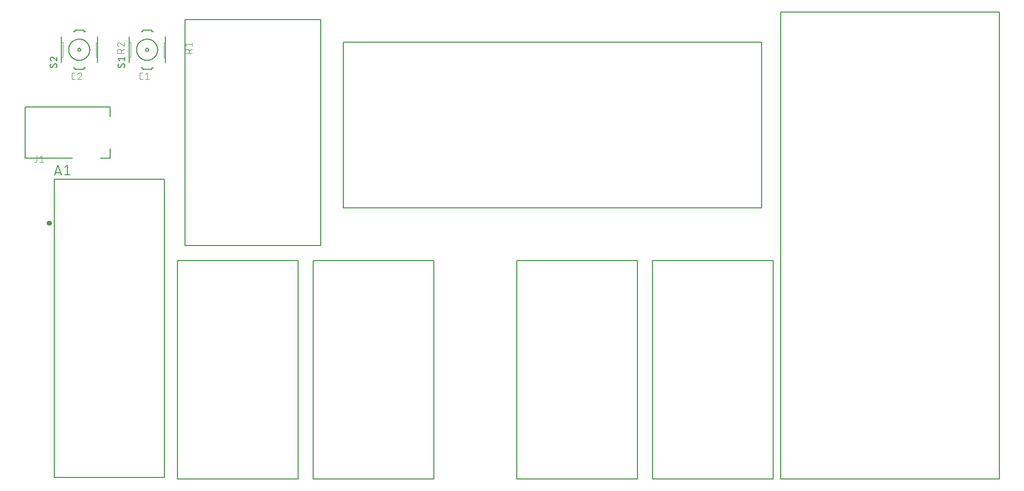
<source format=gbr>
G04 EAGLE Gerber RS-274X export*
G75*
%MOMM*%
%FSLAX34Y34*%
%LPD*%
%INSilkscreen Top*%
%IPPOS*%
%AMOC8*
5,1,8,0,0,1.08239X$1,22.5*%
G01*
%ADD10C,0.127000*%
%ADD11C,0.400000*%
%ADD12C,0.152400*%
%ADD13C,0.203200*%
%ADD14C,0.101600*%
%ADD15C,0.050800*%


D10*
X59700Y15250D02*
X59700Y518150D01*
X245100Y518150D01*
X245100Y15250D01*
X59700Y15250D01*
D11*
X48800Y444500D02*
X48802Y444589D01*
X48808Y444678D01*
X48818Y444767D01*
X48832Y444855D01*
X48849Y444942D01*
X48871Y445028D01*
X48897Y445114D01*
X48926Y445198D01*
X48959Y445281D01*
X48995Y445362D01*
X49036Y445442D01*
X49079Y445519D01*
X49126Y445595D01*
X49177Y445668D01*
X49230Y445739D01*
X49287Y445808D01*
X49347Y445874D01*
X49410Y445938D01*
X49475Y445998D01*
X49543Y446056D01*
X49614Y446110D01*
X49687Y446161D01*
X49762Y446209D01*
X49839Y446254D01*
X49918Y446295D01*
X49999Y446332D01*
X50081Y446366D01*
X50165Y446397D01*
X50250Y446423D01*
X50336Y446446D01*
X50423Y446464D01*
X50511Y446479D01*
X50600Y446490D01*
X50689Y446497D01*
X50778Y446500D01*
X50867Y446499D01*
X50956Y446494D01*
X51044Y446485D01*
X51133Y446472D01*
X51220Y446455D01*
X51307Y446435D01*
X51393Y446410D01*
X51477Y446382D01*
X51560Y446350D01*
X51642Y446314D01*
X51722Y446275D01*
X51800Y446232D01*
X51876Y446186D01*
X51950Y446136D01*
X52022Y446083D01*
X52091Y446027D01*
X52158Y445968D01*
X52222Y445906D01*
X52283Y445842D01*
X52342Y445774D01*
X52397Y445704D01*
X52449Y445632D01*
X52498Y445557D01*
X52543Y445481D01*
X52585Y445402D01*
X52623Y445322D01*
X52658Y445240D01*
X52689Y445156D01*
X52717Y445071D01*
X52740Y444985D01*
X52760Y444898D01*
X52776Y444811D01*
X52788Y444722D01*
X52796Y444634D01*
X52800Y444545D01*
X52800Y444455D01*
X52796Y444366D01*
X52788Y444278D01*
X52776Y444189D01*
X52760Y444102D01*
X52740Y444015D01*
X52717Y443929D01*
X52689Y443844D01*
X52658Y443760D01*
X52623Y443678D01*
X52585Y443598D01*
X52543Y443519D01*
X52498Y443443D01*
X52449Y443368D01*
X52397Y443296D01*
X52342Y443226D01*
X52283Y443158D01*
X52222Y443094D01*
X52158Y443032D01*
X52091Y442973D01*
X52022Y442917D01*
X51950Y442864D01*
X51876Y442814D01*
X51800Y442768D01*
X51722Y442725D01*
X51642Y442686D01*
X51560Y442650D01*
X51477Y442618D01*
X51393Y442590D01*
X51307Y442565D01*
X51220Y442545D01*
X51133Y442528D01*
X51044Y442515D01*
X50956Y442506D01*
X50867Y442501D01*
X50778Y442500D01*
X50689Y442503D01*
X50600Y442510D01*
X50511Y442521D01*
X50423Y442536D01*
X50336Y442554D01*
X50250Y442577D01*
X50165Y442603D01*
X50081Y442634D01*
X49999Y442668D01*
X49918Y442705D01*
X49839Y442746D01*
X49762Y442791D01*
X49687Y442839D01*
X49614Y442890D01*
X49543Y442944D01*
X49475Y443002D01*
X49410Y443062D01*
X49347Y443126D01*
X49287Y443192D01*
X49230Y443261D01*
X49177Y443332D01*
X49126Y443405D01*
X49079Y443481D01*
X49036Y443558D01*
X48995Y443638D01*
X48959Y443719D01*
X48926Y443802D01*
X48897Y443886D01*
X48871Y443972D01*
X48849Y444058D01*
X48832Y444145D01*
X48818Y444233D01*
X48808Y444322D01*
X48802Y444411D01*
X48800Y444500D01*
D12*
X60505Y525399D02*
X65934Y541685D01*
X71363Y525399D01*
X70005Y529471D02*
X61862Y529471D01*
X77064Y538066D02*
X81588Y541685D01*
X81588Y525399D01*
X77064Y525399D02*
X86112Y525399D01*
D10*
X838200Y381000D02*
X838200Y12700D01*
X1041400Y12700D01*
X1041400Y381000D01*
X838200Y381000D01*
X1066800Y381000D02*
X1066800Y12700D01*
X1270000Y12700D01*
X1270000Y381000D01*
X1066800Y381000D01*
X495300Y381000D02*
X495300Y12700D01*
X698500Y12700D01*
X698500Y381000D01*
X495300Y381000D01*
X266700Y381000D02*
X266700Y12700D01*
X469900Y12700D01*
X469900Y381000D01*
X266700Y381000D01*
D13*
X10300Y553900D02*
X10300Y639900D01*
X153300Y639900D01*
X153300Y623900D01*
X153300Y569900D02*
X153300Y553900D01*
X89800Y553900D02*
X10300Y553900D01*
X137300Y553900D02*
X153300Y553900D01*
D14*
X29803Y558292D02*
X29803Y549204D01*
X29802Y549204D02*
X29800Y549105D01*
X29794Y549005D01*
X29785Y548906D01*
X29772Y548808D01*
X29755Y548710D01*
X29734Y548612D01*
X29709Y548516D01*
X29681Y548421D01*
X29649Y548327D01*
X29614Y548234D01*
X29575Y548142D01*
X29532Y548052D01*
X29487Y547964D01*
X29437Y547877D01*
X29385Y547793D01*
X29329Y547710D01*
X29271Y547630D01*
X29209Y547552D01*
X29144Y547477D01*
X29076Y547404D01*
X29006Y547334D01*
X28933Y547266D01*
X28858Y547201D01*
X28780Y547139D01*
X28700Y547081D01*
X28617Y547025D01*
X28533Y546973D01*
X28446Y546923D01*
X28358Y546878D01*
X28268Y546835D01*
X28176Y546796D01*
X28083Y546761D01*
X27989Y546729D01*
X27894Y546701D01*
X27798Y546676D01*
X27700Y546655D01*
X27602Y546638D01*
X27504Y546625D01*
X27405Y546616D01*
X27305Y546610D01*
X27206Y546608D01*
X25908Y546608D01*
X35076Y555696D02*
X38322Y558292D01*
X38322Y546608D01*
X41567Y546608D02*
X35076Y546608D01*
D10*
X546100Y469900D02*
X546100Y749300D01*
X1250950Y749300D01*
X1250950Y469900D01*
X546100Y469900D01*
D12*
X223520Y767080D02*
X223520Y769620D01*
X208280Y769620D01*
X208280Y767080D01*
X208280Y706120D02*
X208280Y703580D01*
X223520Y703580D01*
X223520Y706120D01*
D15*
X187960Y723900D02*
X185420Y723900D01*
X187960Y723900D02*
X187960Y749300D01*
X185420Y749300D01*
X243840Y748030D02*
X243840Y723900D01*
X243840Y748030D02*
X246380Y748030D01*
X246380Y723900D02*
X243840Y723900D01*
D12*
X246380Y723900D02*
X246380Y715010D01*
X185420Y749300D02*
X185420Y758190D01*
X185420Y749300D02*
X185420Y723900D01*
X185420Y715010D01*
X246380Y723900D02*
X246380Y748030D01*
X246380Y758190D01*
X226060Y767080D02*
X223520Y767080D01*
X208280Y767080D02*
X205740Y767080D01*
X223520Y706120D02*
X226060Y706120D01*
X208280Y706120D02*
X205740Y706120D01*
X198120Y736600D02*
X198125Y737036D01*
X198141Y737472D01*
X198168Y737908D01*
X198206Y738343D01*
X198254Y738776D01*
X198312Y739209D01*
X198382Y739640D01*
X198462Y740069D01*
X198552Y740496D01*
X198653Y740920D01*
X198764Y741342D01*
X198886Y741761D01*
X199017Y742177D01*
X199159Y742590D01*
X199311Y742999D01*
X199473Y743404D01*
X199645Y743805D01*
X199827Y744202D01*
X200018Y744594D01*
X200219Y744981D01*
X200430Y745364D01*
X200650Y745741D01*
X200879Y746112D01*
X201116Y746478D01*
X201363Y746838D01*
X201619Y747192D01*
X201883Y747539D01*
X202156Y747880D01*
X202437Y748213D01*
X202726Y748540D01*
X203023Y748860D01*
X203328Y749172D01*
X203640Y749477D01*
X203960Y749774D01*
X204287Y750063D01*
X204620Y750344D01*
X204961Y750617D01*
X205308Y750881D01*
X205662Y751137D01*
X206022Y751384D01*
X206388Y751621D01*
X206759Y751850D01*
X207136Y752070D01*
X207519Y752281D01*
X207906Y752482D01*
X208298Y752673D01*
X208695Y752855D01*
X209096Y753027D01*
X209501Y753189D01*
X209910Y753341D01*
X210323Y753483D01*
X210739Y753614D01*
X211158Y753736D01*
X211580Y753847D01*
X212004Y753948D01*
X212431Y754038D01*
X212860Y754118D01*
X213291Y754188D01*
X213724Y754246D01*
X214157Y754294D01*
X214592Y754332D01*
X215028Y754359D01*
X215464Y754375D01*
X215900Y754380D01*
X216336Y754375D01*
X216772Y754359D01*
X217208Y754332D01*
X217643Y754294D01*
X218076Y754246D01*
X218509Y754188D01*
X218940Y754118D01*
X219369Y754038D01*
X219796Y753948D01*
X220220Y753847D01*
X220642Y753736D01*
X221061Y753614D01*
X221477Y753483D01*
X221890Y753341D01*
X222299Y753189D01*
X222704Y753027D01*
X223105Y752855D01*
X223502Y752673D01*
X223894Y752482D01*
X224281Y752281D01*
X224664Y752070D01*
X225041Y751850D01*
X225412Y751621D01*
X225778Y751384D01*
X226138Y751137D01*
X226492Y750881D01*
X226839Y750617D01*
X227180Y750344D01*
X227513Y750063D01*
X227840Y749774D01*
X228160Y749477D01*
X228472Y749172D01*
X228777Y748860D01*
X229074Y748540D01*
X229363Y748213D01*
X229644Y747880D01*
X229917Y747539D01*
X230181Y747192D01*
X230437Y746838D01*
X230684Y746478D01*
X230921Y746112D01*
X231150Y745741D01*
X231370Y745364D01*
X231581Y744981D01*
X231782Y744594D01*
X231973Y744202D01*
X232155Y743805D01*
X232327Y743404D01*
X232489Y742999D01*
X232641Y742590D01*
X232783Y742177D01*
X232914Y741761D01*
X233036Y741342D01*
X233147Y740920D01*
X233248Y740496D01*
X233338Y740069D01*
X233418Y739640D01*
X233488Y739209D01*
X233546Y738776D01*
X233594Y738343D01*
X233632Y737908D01*
X233659Y737472D01*
X233675Y737036D01*
X233680Y736600D01*
X233675Y736164D01*
X233659Y735728D01*
X233632Y735292D01*
X233594Y734857D01*
X233546Y734424D01*
X233488Y733991D01*
X233418Y733560D01*
X233338Y733131D01*
X233248Y732704D01*
X233147Y732280D01*
X233036Y731858D01*
X232914Y731439D01*
X232783Y731023D01*
X232641Y730610D01*
X232489Y730201D01*
X232327Y729796D01*
X232155Y729395D01*
X231973Y728998D01*
X231782Y728606D01*
X231581Y728219D01*
X231370Y727836D01*
X231150Y727459D01*
X230921Y727088D01*
X230684Y726722D01*
X230437Y726362D01*
X230181Y726008D01*
X229917Y725661D01*
X229644Y725320D01*
X229363Y724987D01*
X229074Y724660D01*
X228777Y724340D01*
X228472Y724028D01*
X228160Y723723D01*
X227840Y723426D01*
X227513Y723137D01*
X227180Y722856D01*
X226839Y722583D01*
X226492Y722319D01*
X226138Y722063D01*
X225778Y721816D01*
X225412Y721579D01*
X225041Y721350D01*
X224664Y721130D01*
X224281Y720919D01*
X223894Y720718D01*
X223502Y720527D01*
X223105Y720345D01*
X222704Y720173D01*
X222299Y720011D01*
X221890Y719859D01*
X221477Y719717D01*
X221061Y719586D01*
X220642Y719464D01*
X220220Y719353D01*
X219796Y719252D01*
X219369Y719162D01*
X218940Y719082D01*
X218509Y719012D01*
X218076Y718954D01*
X217643Y718906D01*
X217208Y718868D01*
X216772Y718841D01*
X216336Y718825D01*
X215900Y718820D01*
X215464Y718825D01*
X215028Y718841D01*
X214592Y718868D01*
X214157Y718906D01*
X213724Y718954D01*
X213291Y719012D01*
X212860Y719082D01*
X212431Y719162D01*
X212004Y719252D01*
X211580Y719353D01*
X211158Y719464D01*
X210739Y719586D01*
X210323Y719717D01*
X209910Y719859D01*
X209501Y720011D01*
X209096Y720173D01*
X208695Y720345D01*
X208298Y720527D01*
X207906Y720718D01*
X207519Y720919D01*
X207136Y721130D01*
X206759Y721350D01*
X206388Y721579D01*
X206022Y721816D01*
X205662Y722063D01*
X205308Y722319D01*
X204961Y722583D01*
X204620Y722856D01*
X204287Y723137D01*
X203960Y723426D01*
X203640Y723723D01*
X203328Y724028D01*
X203023Y724340D01*
X202726Y724660D01*
X202437Y724987D01*
X202156Y725320D01*
X201883Y725661D01*
X201619Y726008D01*
X201363Y726362D01*
X201116Y726722D01*
X200879Y727088D01*
X200650Y727459D01*
X200430Y727836D01*
X200219Y728219D01*
X200018Y728606D01*
X199827Y728998D01*
X199645Y729395D01*
X199473Y729796D01*
X199311Y730201D01*
X199159Y730610D01*
X199017Y731023D01*
X198886Y731439D01*
X198764Y731858D01*
X198653Y732280D01*
X198552Y732704D01*
X198462Y733131D01*
X198382Y733560D01*
X198312Y733991D01*
X198254Y734424D01*
X198206Y734857D01*
X198168Y735292D01*
X198141Y735728D01*
X198125Y736164D01*
X198120Y736600D01*
X213360Y736600D02*
X213362Y736700D01*
X213368Y736801D01*
X213378Y736900D01*
X213392Y737000D01*
X213409Y737099D01*
X213431Y737197D01*
X213457Y737294D01*
X213486Y737390D01*
X213519Y737484D01*
X213556Y737578D01*
X213596Y737670D01*
X213640Y737760D01*
X213688Y737848D01*
X213739Y737935D01*
X213793Y738019D01*
X213851Y738101D01*
X213912Y738181D01*
X213976Y738258D01*
X214043Y738333D01*
X214113Y738405D01*
X214186Y738474D01*
X214261Y738540D01*
X214339Y738604D01*
X214419Y738664D01*
X214502Y738721D01*
X214587Y738774D01*
X214674Y738824D01*
X214763Y738871D01*
X214853Y738914D01*
X214945Y738954D01*
X215039Y738990D01*
X215134Y739022D01*
X215230Y739050D01*
X215328Y739075D01*
X215426Y739095D01*
X215525Y739112D01*
X215625Y739125D01*
X215724Y739134D01*
X215825Y739139D01*
X215925Y739140D01*
X216025Y739137D01*
X216126Y739130D01*
X216225Y739119D01*
X216325Y739104D01*
X216423Y739086D01*
X216521Y739063D01*
X216618Y739036D01*
X216713Y739006D01*
X216808Y738972D01*
X216901Y738934D01*
X216992Y738893D01*
X217082Y738848D01*
X217170Y738800D01*
X217256Y738748D01*
X217340Y738693D01*
X217421Y738634D01*
X217500Y738572D01*
X217577Y738508D01*
X217651Y738440D01*
X217722Y738369D01*
X217791Y738296D01*
X217856Y738220D01*
X217919Y738141D01*
X217978Y738060D01*
X218034Y737977D01*
X218087Y737892D01*
X218136Y737804D01*
X218182Y737715D01*
X218224Y737624D01*
X218263Y737531D01*
X218298Y737437D01*
X218329Y737342D01*
X218357Y737245D01*
X218380Y737148D01*
X218400Y737049D01*
X218416Y736950D01*
X218428Y736851D01*
X218436Y736750D01*
X218440Y736650D01*
X218440Y736550D01*
X218436Y736450D01*
X218428Y736349D01*
X218416Y736250D01*
X218400Y736151D01*
X218380Y736052D01*
X218357Y735955D01*
X218329Y735858D01*
X218298Y735763D01*
X218263Y735669D01*
X218224Y735576D01*
X218182Y735485D01*
X218136Y735396D01*
X218087Y735308D01*
X218034Y735223D01*
X217978Y735140D01*
X217919Y735059D01*
X217856Y734980D01*
X217791Y734904D01*
X217722Y734831D01*
X217651Y734760D01*
X217577Y734692D01*
X217500Y734628D01*
X217421Y734566D01*
X217340Y734507D01*
X217256Y734452D01*
X217170Y734400D01*
X217082Y734352D01*
X216992Y734307D01*
X216901Y734266D01*
X216808Y734228D01*
X216713Y734194D01*
X216618Y734164D01*
X216521Y734137D01*
X216423Y734114D01*
X216325Y734096D01*
X216225Y734081D01*
X216126Y734070D01*
X216025Y734063D01*
X215925Y734060D01*
X215825Y734061D01*
X215724Y734066D01*
X215625Y734075D01*
X215525Y734088D01*
X215426Y734105D01*
X215328Y734125D01*
X215230Y734150D01*
X215134Y734178D01*
X215039Y734210D01*
X214945Y734246D01*
X214853Y734286D01*
X214763Y734329D01*
X214674Y734376D01*
X214587Y734426D01*
X214502Y734479D01*
X214419Y734536D01*
X214339Y734596D01*
X214261Y734660D01*
X214186Y734726D01*
X214113Y734795D01*
X214043Y734867D01*
X213976Y734942D01*
X213912Y735019D01*
X213851Y735099D01*
X213793Y735181D01*
X213739Y735265D01*
X213688Y735352D01*
X213640Y735440D01*
X213596Y735530D01*
X213556Y735622D01*
X213519Y735716D01*
X213486Y735810D01*
X213457Y735906D01*
X213431Y736003D01*
X213409Y736101D01*
X213392Y736200D01*
X213378Y736300D01*
X213368Y736399D01*
X213362Y736500D01*
X213360Y736600D01*
D10*
X178435Y710565D02*
X178433Y710665D01*
X178427Y710764D01*
X178417Y710864D01*
X178404Y710962D01*
X178386Y711061D01*
X178365Y711158D01*
X178340Y711254D01*
X178311Y711350D01*
X178278Y711444D01*
X178242Y711537D01*
X178202Y711628D01*
X178158Y711718D01*
X178111Y711806D01*
X178061Y711892D01*
X178007Y711976D01*
X177950Y712058D01*
X177890Y712137D01*
X177826Y712215D01*
X177760Y712289D01*
X177691Y712361D01*
X177619Y712430D01*
X177545Y712496D01*
X177467Y712560D01*
X177388Y712620D01*
X177306Y712677D01*
X177222Y712731D01*
X177136Y712781D01*
X177048Y712828D01*
X176958Y712872D01*
X176867Y712912D01*
X176774Y712948D01*
X176680Y712981D01*
X176584Y713010D01*
X176488Y713035D01*
X176391Y713056D01*
X176292Y713074D01*
X176194Y713087D01*
X176094Y713097D01*
X175995Y713103D01*
X175895Y713105D01*
X178435Y710565D02*
X178433Y710424D01*
X178428Y710283D01*
X178418Y710142D01*
X178405Y710001D01*
X178389Y709861D01*
X178368Y709721D01*
X178344Y709582D01*
X178316Y709443D01*
X178285Y709306D01*
X178250Y709169D01*
X178212Y709033D01*
X178170Y708898D01*
X178124Y708765D01*
X178075Y708632D01*
X178022Y708501D01*
X177966Y708372D01*
X177907Y708243D01*
X177844Y708117D01*
X177778Y707992D01*
X177709Y707869D01*
X177636Y707748D01*
X177560Y707629D01*
X177481Y707511D01*
X177400Y707396D01*
X177315Y707284D01*
X177227Y707173D01*
X177136Y707065D01*
X177043Y706959D01*
X176946Y706856D01*
X176847Y706755D01*
X169545Y707073D02*
X169445Y707075D01*
X169346Y707081D01*
X169246Y707091D01*
X169148Y707104D01*
X169049Y707122D01*
X168952Y707143D01*
X168856Y707168D01*
X168760Y707197D01*
X168666Y707230D01*
X168573Y707266D01*
X168482Y707306D01*
X168392Y707350D01*
X168304Y707397D01*
X168218Y707447D01*
X168134Y707501D01*
X168052Y707558D01*
X167973Y707618D01*
X167895Y707682D01*
X167821Y707748D01*
X167749Y707817D01*
X167680Y707889D01*
X167614Y707963D01*
X167550Y708041D01*
X167490Y708120D01*
X167433Y708202D01*
X167379Y708286D01*
X167329Y708372D01*
X167282Y708460D01*
X167238Y708550D01*
X167198Y708641D01*
X167162Y708734D01*
X167129Y708828D01*
X167100Y708924D01*
X167075Y709020D01*
X167054Y709117D01*
X167036Y709216D01*
X167023Y709314D01*
X167013Y709414D01*
X167007Y709513D01*
X167005Y709613D01*
X167007Y709746D01*
X167012Y709879D01*
X167022Y710012D01*
X167035Y710145D01*
X167052Y710277D01*
X167072Y710409D01*
X167096Y710540D01*
X167124Y710670D01*
X167155Y710800D01*
X167190Y710928D01*
X167229Y711056D01*
X167271Y711182D01*
X167317Y711307D01*
X167366Y711431D01*
X167418Y711554D01*
X167474Y711675D01*
X167534Y711794D01*
X167596Y711912D01*
X167662Y712027D01*
X167731Y712141D01*
X167804Y712253D01*
X167879Y712363D01*
X167958Y712471D01*
X171768Y708342D02*
X171716Y708258D01*
X171661Y708175D01*
X171602Y708095D01*
X171541Y708017D01*
X171477Y707942D01*
X171409Y707869D01*
X171339Y707798D01*
X171267Y707731D01*
X171192Y707666D01*
X171114Y707604D01*
X171034Y707545D01*
X170952Y707489D01*
X170868Y707437D01*
X170782Y707388D01*
X170694Y707342D01*
X170604Y707299D01*
X170513Y707260D01*
X170420Y707225D01*
X170326Y707193D01*
X170231Y707165D01*
X170135Y707140D01*
X170038Y707120D01*
X169940Y707102D01*
X169842Y707089D01*
X169743Y707080D01*
X169644Y707074D01*
X169545Y707072D01*
X173672Y711835D02*
X173724Y711919D01*
X173779Y712002D01*
X173838Y712082D01*
X173899Y712160D01*
X173963Y712235D01*
X174031Y712308D01*
X174101Y712379D01*
X174173Y712446D01*
X174248Y712511D01*
X174326Y712573D01*
X174406Y712632D01*
X174488Y712688D01*
X174572Y712740D01*
X174658Y712789D01*
X174746Y712835D01*
X174836Y712878D01*
X174927Y712917D01*
X175020Y712952D01*
X175114Y712984D01*
X175209Y713012D01*
X175305Y713037D01*
X175402Y713057D01*
X175500Y713075D01*
X175598Y713088D01*
X175697Y713097D01*
X175796Y713103D01*
X175895Y713105D01*
X173673Y711835D02*
X171768Y708343D01*
X169545Y717804D02*
X167005Y720979D01*
X178435Y720979D01*
X178435Y717804D02*
X178435Y724154D01*
D12*
X109220Y767080D02*
X109220Y769620D01*
X93980Y769620D01*
X93980Y767080D01*
X93980Y706120D02*
X93980Y703580D01*
X109220Y703580D01*
X109220Y706120D01*
D15*
X73660Y723900D02*
X71120Y723900D01*
X73660Y723900D02*
X73660Y749300D01*
X71120Y749300D01*
X129540Y748030D02*
X129540Y723900D01*
X129540Y748030D02*
X132080Y748030D01*
X132080Y723900D02*
X129540Y723900D01*
D12*
X132080Y723900D02*
X132080Y715010D01*
X71120Y749300D02*
X71120Y758190D01*
X71120Y749300D02*
X71120Y723900D01*
X71120Y715010D01*
X132080Y723900D02*
X132080Y748030D01*
X132080Y758190D01*
X111760Y767080D02*
X109220Y767080D01*
X93980Y767080D02*
X91440Y767080D01*
X109220Y706120D02*
X111760Y706120D01*
X93980Y706120D02*
X91440Y706120D01*
X83820Y736600D02*
X83825Y737036D01*
X83841Y737472D01*
X83868Y737908D01*
X83906Y738343D01*
X83954Y738776D01*
X84012Y739209D01*
X84082Y739640D01*
X84162Y740069D01*
X84252Y740496D01*
X84353Y740920D01*
X84464Y741342D01*
X84586Y741761D01*
X84717Y742177D01*
X84859Y742590D01*
X85011Y742999D01*
X85173Y743404D01*
X85345Y743805D01*
X85527Y744202D01*
X85718Y744594D01*
X85919Y744981D01*
X86130Y745364D01*
X86350Y745741D01*
X86579Y746112D01*
X86816Y746478D01*
X87063Y746838D01*
X87319Y747192D01*
X87583Y747539D01*
X87856Y747880D01*
X88137Y748213D01*
X88426Y748540D01*
X88723Y748860D01*
X89028Y749172D01*
X89340Y749477D01*
X89660Y749774D01*
X89987Y750063D01*
X90320Y750344D01*
X90661Y750617D01*
X91008Y750881D01*
X91362Y751137D01*
X91722Y751384D01*
X92088Y751621D01*
X92459Y751850D01*
X92836Y752070D01*
X93219Y752281D01*
X93606Y752482D01*
X93998Y752673D01*
X94395Y752855D01*
X94796Y753027D01*
X95201Y753189D01*
X95610Y753341D01*
X96023Y753483D01*
X96439Y753614D01*
X96858Y753736D01*
X97280Y753847D01*
X97704Y753948D01*
X98131Y754038D01*
X98560Y754118D01*
X98991Y754188D01*
X99424Y754246D01*
X99857Y754294D01*
X100292Y754332D01*
X100728Y754359D01*
X101164Y754375D01*
X101600Y754380D01*
X102036Y754375D01*
X102472Y754359D01*
X102908Y754332D01*
X103343Y754294D01*
X103776Y754246D01*
X104209Y754188D01*
X104640Y754118D01*
X105069Y754038D01*
X105496Y753948D01*
X105920Y753847D01*
X106342Y753736D01*
X106761Y753614D01*
X107177Y753483D01*
X107590Y753341D01*
X107999Y753189D01*
X108404Y753027D01*
X108805Y752855D01*
X109202Y752673D01*
X109594Y752482D01*
X109981Y752281D01*
X110364Y752070D01*
X110741Y751850D01*
X111112Y751621D01*
X111478Y751384D01*
X111838Y751137D01*
X112192Y750881D01*
X112539Y750617D01*
X112880Y750344D01*
X113213Y750063D01*
X113540Y749774D01*
X113860Y749477D01*
X114172Y749172D01*
X114477Y748860D01*
X114774Y748540D01*
X115063Y748213D01*
X115344Y747880D01*
X115617Y747539D01*
X115881Y747192D01*
X116137Y746838D01*
X116384Y746478D01*
X116621Y746112D01*
X116850Y745741D01*
X117070Y745364D01*
X117281Y744981D01*
X117482Y744594D01*
X117673Y744202D01*
X117855Y743805D01*
X118027Y743404D01*
X118189Y742999D01*
X118341Y742590D01*
X118483Y742177D01*
X118614Y741761D01*
X118736Y741342D01*
X118847Y740920D01*
X118948Y740496D01*
X119038Y740069D01*
X119118Y739640D01*
X119188Y739209D01*
X119246Y738776D01*
X119294Y738343D01*
X119332Y737908D01*
X119359Y737472D01*
X119375Y737036D01*
X119380Y736600D01*
X119375Y736164D01*
X119359Y735728D01*
X119332Y735292D01*
X119294Y734857D01*
X119246Y734424D01*
X119188Y733991D01*
X119118Y733560D01*
X119038Y733131D01*
X118948Y732704D01*
X118847Y732280D01*
X118736Y731858D01*
X118614Y731439D01*
X118483Y731023D01*
X118341Y730610D01*
X118189Y730201D01*
X118027Y729796D01*
X117855Y729395D01*
X117673Y728998D01*
X117482Y728606D01*
X117281Y728219D01*
X117070Y727836D01*
X116850Y727459D01*
X116621Y727088D01*
X116384Y726722D01*
X116137Y726362D01*
X115881Y726008D01*
X115617Y725661D01*
X115344Y725320D01*
X115063Y724987D01*
X114774Y724660D01*
X114477Y724340D01*
X114172Y724028D01*
X113860Y723723D01*
X113540Y723426D01*
X113213Y723137D01*
X112880Y722856D01*
X112539Y722583D01*
X112192Y722319D01*
X111838Y722063D01*
X111478Y721816D01*
X111112Y721579D01*
X110741Y721350D01*
X110364Y721130D01*
X109981Y720919D01*
X109594Y720718D01*
X109202Y720527D01*
X108805Y720345D01*
X108404Y720173D01*
X107999Y720011D01*
X107590Y719859D01*
X107177Y719717D01*
X106761Y719586D01*
X106342Y719464D01*
X105920Y719353D01*
X105496Y719252D01*
X105069Y719162D01*
X104640Y719082D01*
X104209Y719012D01*
X103776Y718954D01*
X103343Y718906D01*
X102908Y718868D01*
X102472Y718841D01*
X102036Y718825D01*
X101600Y718820D01*
X101164Y718825D01*
X100728Y718841D01*
X100292Y718868D01*
X99857Y718906D01*
X99424Y718954D01*
X98991Y719012D01*
X98560Y719082D01*
X98131Y719162D01*
X97704Y719252D01*
X97280Y719353D01*
X96858Y719464D01*
X96439Y719586D01*
X96023Y719717D01*
X95610Y719859D01*
X95201Y720011D01*
X94796Y720173D01*
X94395Y720345D01*
X93998Y720527D01*
X93606Y720718D01*
X93219Y720919D01*
X92836Y721130D01*
X92459Y721350D01*
X92088Y721579D01*
X91722Y721816D01*
X91362Y722063D01*
X91008Y722319D01*
X90661Y722583D01*
X90320Y722856D01*
X89987Y723137D01*
X89660Y723426D01*
X89340Y723723D01*
X89028Y724028D01*
X88723Y724340D01*
X88426Y724660D01*
X88137Y724987D01*
X87856Y725320D01*
X87583Y725661D01*
X87319Y726008D01*
X87063Y726362D01*
X86816Y726722D01*
X86579Y727088D01*
X86350Y727459D01*
X86130Y727836D01*
X85919Y728219D01*
X85718Y728606D01*
X85527Y728998D01*
X85345Y729395D01*
X85173Y729796D01*
X85011Y730201D01*
X84859Y730610D01*
X84717Y731023D01*
X84586Y731439D01*
X84464Y731858D01*
X84353Y732280D01*
X84252Y732704D01*
X84162Y733131D01*
X84082Y733560D01*
X84012Y733991D01*
X83954Y734424D01*
X83906Y734857D01*
X83868Y735292D01*
X83841Y735728D01*
X83825Y736164D01*
X83820Y736600D01*
X99060Y736600D02*
X99062Y736700D01*
X99068Y736801D01*
X99078Y736900D01*
X99092Y737000D01*
X99109Y737099D01*
X99131Y737197D01*
X99157Y737294D01*
X99186Y737390D01*
X99219Y737484D01*
X99256Y737578D01*
X99296Y737670D01*
X99340Y737760D01*
X99388Y737848D01*
X99439Y737935D01*
X99493Y738019D01*
X99551Y738101D01*
X99612Y738181D01*
X99676Y738258D01*
X99743Y738333D01*
X99813Y738405D01*
X99886Y738474D01*
X99961Y738540D01*
X100039Y738604D01*
X100119Y738664D01*
X100202Y738721D01*
X100287Y738774D01*
X100374Y738824D01*
X100463Y738871D01*
X100553Y738914D01*
X100645Y738954D01*
X100739Y738990D01*
X100834Y739022D01*
X100930Y739050D01*
X101028Y739075D01*
X101126Y739095D01*
X101225Y739112D01*
X101325Y739125D01*
X101424Y739134D01*
X101525Y739139D01*
X101625Y739140D01*
X101725Y739137D01*
X101826Y739130D01*
X101925Y739119D01*
X102025Y739104D01*
X102123Y739086D01*
X102221Y739063D01*
X102318Y739036D01*
X102413Y739006D01*
X102508Y738972D01*
X102601Y738934D01*
X102692Y738893D01*
X102782Y738848D01*
X102870Y738800D01*
X102956Y738748D01*
X103040Y738693D01*
X103121Y738634D01*
X103200Y738572D01*
X103277Y738508D01*
X103351Y738440D01*
X103422Y738369D01*
X103491Y738296D01*
X103556Y738220D01*
X103619Y738141D01*
X103678Y738060D01*
X103734Y737977D01*
X103787Y737892D01*
X103836Y737804D01*
X103882Y737715D01*
X103924Y737624D01*
X103963Y737531D01*
X103998Y737437D01*
X104029Y737342D01*
X104057Y737245D01*
X104080Y737148D01*
X104100Y737049D01*
X104116Y736950D01*
X104128Y736851D01*
X104136Y736750D01*
X104140Y736650D01*
X104140Y736550D01*
X104136Y736450D01*
X104128Y736349D01*
X104116Y736250D01*
X104100Y736151D01*
X104080Y736052D01*
X104057Y735955D01*
X104029Y735858D01*
X103998Y735763D01*
X103963Y735669D01*
X103924Y735576D01*
X103882Y735485D01*
X103836Y735396D01*
X103787Y735308D01*
X103734Y735223D01*
X103678Y735140D01*
X103619Y735059D01*
X103556Y734980D01*
X103491Y734904D01*
X103422Y734831D01*
X103351Y734760D01*
X103277Y734692D01*
X103200Y734628D01*
X103121Y734566D01*
X103040Y734507D01*
X102956Y734452D01*
X102870Y734400D01*
X102782Y734352D01*
X102692Y734307D01*
X102601Y734266D01*
X102508Y734228D01*
X102413Y734194D01*
X102318Y734164D01*
X102221Y734137D01*
X102123Y734114D01*
X102025Y734096D01*
X101925Y734081D01*
X101826Y734070D01*
X101725Y734063D01*
X101625Y734060D01*
X101525Y734061D01*
X101424Y734066D01*
X101325Y734075D01*
X101225Y734088D01*
X101126Y734105D01*
X101028Y734125D01*
X100930Y734150D01*
X100834Y734178D01*
X100739Y734210D01*
X100645Y734246D01*
X100553Y734286D01*
X100463Y734329D01*
X100374Y734376D01*
X100287Y734426D01*
X100202Y734479D01*
X100119Y734536D01*
X100039Y734596D01*
X99961Y734660D01*
X99886Y734726D01*
X99813Y734795D01*
X99743Y734867D01*
X99676Y734942D01*
X99612Y735019D01*
X99551Y735099D01*
X99493Y735181D01*
X99439Y735265D01*
X99388Y735352D01*
X99340Y735440D01*
X99296Y735530D01*
X99256Y735622D01*
X99219Y735716D01*
X99186Y735810D01*
X99157Y735906D01*
X99131Y736003D01*
X99109Y736101D01*
X99092Y736200D01*
X99078Y736300D01*
X99068Y736399D01*
X99062Y736500D01*
X99060Y736600D01*
D10*
X64135Y710565D02*
X64133Y710665D01*
X64127Y710764D01*
X64117Y710864D01*
X64104Y710962D01*
X64086Y711061D01*
X64065Y711158D01*
X64040Y711254D01*
X64011Y711350D01*
X63978Y711444D01*
X63942Y711537D01*
X63902Y711628D01*
X63858Y711718D01*
X63811Y711806D01*
X63761Y711892D01*
X63707Y711976D01*
X63650Y712058D01*
X63590Y712137D01*
X63526Y712215D01*
X63460Y712289D01*
X63391Y712361D01*
X63319Y712430D01*
X63245Y712496D01*
X63167Y712560D01*
X63088Y712620D01*
X63006Y712677D01*
X62922Y712731D01*
X62836Y712781D01*
X62748Y712828D01*
X62658Y712872D01*
X62567Y712912D01*
X62474Y712948D01*
X62380Y712981D01*
X62284Y713010D01*
X62188Y713035D01*
X62091Y713056D01*
X61992Y713074D01*
X61894Y713087D01*
X61794Y713097D01*
X61695Y713103D01*
X61595Y713105D01*
X64135Y710565D02*
X64133Y710424D01*
X64128Y710283D01*
X64118Y710142D01*
X64105Y710001D01*
X64089Y709861D01*
X64068Y709721D01*
X64044Y709582D01*
X64016Y709443D01*
X63985Y709306D01*
X63950Y709169D01*
X63912Y709033D01*
X63870Y708898D01*
X63824Y708765D01*
X63775Y708632D01*
X63722Y708501D01*
X63666Y708372D01*
X63607Y708243D01*
X63544Y708117D01*
X63478Y707992D01*
X63409Y707869D01*
X63336Y707748D01*
X63260Y707629D01*
X63181Y707511D01*
X63100Y707396D01*
X63015Y707284D01*
X62927Y707173D01*
X62836Y707065D01*
X62743Y706959D01*
X62646Y706856D01*
X62547Y706755D01*
X55245Y707073D02*
X55145Y707075D01*
X55046Y707081D01*
X54946Y707091D01*
X54848Y707104D01*
X54749Y707122D01*
X54652Y707143D01*
X54556Y707168D01*
X54460Y707197D01*
X54366Y707230D01*
X54273Y707266D01*
X54182Y707306D01*
X54092Y707350D01*
X54004Y707397D01*
X53918Y707447D01*
X53834Y707501D01*
X53752Y707558D01*
X53673Y707618D01*
X53595Y707682D01*
X53521Y707748D01*
X53449Y707817D01*
X53380Y707889D01*
X53314Y707963D01*
X53250Y708041D01*
X53190Y708120D01*
X53133Y708202D01*
X53079Y708286D01*
X53029Y708372D01*
X52982Y708460D01*
X52938Y708550D01*
X52898Y708641D01*
X52862Y708734D01*
X52829Y708828D01*
X52800Y708924D01*
X52775Y709020D01*
X52754Y709117D01*
X52736Y709216D01*
X52723Y709314D01*
X52713Y709414D01*
X52707Y709513D01*
X52705Y709613D01*
X52707Y709746D01*
X52712Y709879D01*
X52722Y710012D01*
X52735Y710145D01*
X52752Y710277D01*
X52772Y710409D01*
X52796Y710540D01*
X52824Y710670D01*
X52855Y710800D01*
X52890Y710928D01*
X52929Y711056D01*
X52971Y711182D01*
X53017Y711307D01*
X53066Y711431D01*
X53118Y711554D01*
X53174Y711675D01*
X53234Y711794D01*
X53296Y711912D01*
X53362Y712027D01*
X53431Y712141D01*
X53504Y712253D01*
X53579Y712363D01*
X53658Y712471D01*
X57468Y708342D02*
X57416Y708258D01*
X57361Y708175D01*
X57302Y708095D01*
X57241Y708017D01*
X57177Y707942D01*
X57109Y707869D01*
X57039Y707798D01*
X56967Y707731D01*
X56892Y707666D01*
X56814Y707604D01*
X56734Y707545D01*
X56652Y707489D01*
X56568Y707437D01*
X56482Y707388D01*
X56394Y707342D01*
X56304Y707299D01*
X56213Y707260D01*
X56120Y707225D01*
X56026Y707193D01*
X55931Y707165D01*
X55835Y707140D01*
X55738Y707120D01*
X55640Y707102D01*
X55542Y707089D01*
X55443Y707080D01*
X55344Y707074D01*
X55245Y707072D01*
X59372Y711835D02*
X59424Y711919D01*
X59479Y712002D01*
X59538Y712082D01*
X59599Y712160D01*
X59663Y712235D01*
X59731Y712308D01*
X59801Y712379D01*
X59873Y712446D01*
X59948Y712511D01*
X60026Y712573D01*
X60106Y712632D01*
X60188Y712688D01*
X60272Y712740D01*
X60358Y712789D01*
X60446Y712835D01*
X60536Y712878D01*
X60627Y712917D01*
X60720Y712952D01*
X60814Y712984D01*
X60909Y713012D01*
X61005Y713037D01*
X61102Y713057D01*
X61200Y713075D01*
X61298Y713088D01*
X61397Y713097D01*
X61496Y713103D01*
X61595Y713105D01*
X59373Y711835D02*
X57468Y708343D01*
X52705Y721297D02*
X52707Y721401D01*
X52713Y721506D01*
X52722Y721610D01*
X52735Y721713D01*
X52753Y721816D01*
X52773Y721918D01*
X52798Y722020D01*
X52826Y722120D01*
X52858Y722220D01*
X52894Y722318D01*
X52933Y722415D01*
X52975Y722510D01*
X53021Y722604D01*
X53071Y722696D01*
X53123Y722786D01*
X53179Y722874D01*
X53239Y722960D01*
X53301Y723044D01*
X53366Y723125D01*
X53434Y723204D01*
X53506Y723281D01*
X53579Y723354D01*
X53656Y723426D01*
X53735Y723494D01*
X53816Y723559D01*
X53900Y723621D01*
X53986Y723681D01*
X54074Y723737D01*
X54164Y723789D01*
X54256Y723839D01*
X54350Y723885D01*
X54445Y723927D01*
X54542Y723966D01*
X54640Y724002D01*
X54740Y724034D01*
X54840Y724062D01*
X54942Y724087D01*
X55044Y724107D01*
X55147Y724125D01*
X55250Y724138D01*
X55354Y724147D01*
X55459Y724153D01*
X55563Y724155D01*
X52705Y721297D02*
X52707Y721179D01*
X52713Y721060D01*
X52722Y720942D01*
X52735Y720825D01*
X52753Y720708D01*
X52773Y720591D01*
X52798Y720475D01*
X52826Y720360D01*
X52859Y720247D01*
X52894Y720134D01*
X52934Y720022D01*
X52976Y719912D01*
X53023Y719803D01*
X53073Y719695D01*
X53126Y719590D01*
X53183Y719486D01*
X53243Y719384D01*
X53306Y719284D01*
X53373Y719186D01*
X53442Y719090D01*
X53515Y718997D01*
X53591Y718906D01*
X53669Y718817D01*
X53751Y718731D01*
X53835Y718648D01*
X53921Y718567D01*
X54011Y718490D01*
X54102Y718415D01*
X54196Y718343D01*
X54293Y718274D01*
X54391Y718209D01*
X54492Y718146D01*
X54595Y718087D01*
X54699Y718031D01*
X54805Y717979D01*
X54913Y717930D01*
X55022Y717885D01*
X55133Y717843D01*
X55245Y717805D01*
X57785Y723202D02*
X57710Y723278D01*
X57631Y723353D01*
X57550Y723424D01*
X57466Y723493D01*
X57380Y723558D01*
X57292Y723620D01*
X57202Y723680D01*
X57110Y723736D01*
X57015Y723789D01*
X56919Y723838D01*
X56821Y723884D01*
X56722Y723927D01*
X56621Y723966D01*
X56519Y724001D01*
X56416Y724033D01*
X56312Y724061D01*
X56207Y724086D01*
X56100Y724107D01*
X55994Y724124D01*
X55887Y724137D01*
X55779Y724146D01*
X55671Y724152D01*
X55563Y724154D01*
X57785Y723202D02*
X64135Y717804D01*
X64135Y724154D01*
X279400Y787400D02*
X279400Y406400D01*
X508000Y406400D01*
X508000Y787400D01*
X279400Y787400D01*
D14*
X208901Y686308D02*
X206304Y686308D01*
X206205Y686310D01*
X206105Y686316D01*
X206006Y686325D01*
X205908Y686338D01*
X205810Y686355D01*
X205712Y686376D01*
X205616Y686401D01*
X205521Y686429D01*
X205427Y686461D01*
X205334Y686496D01*
X205242Y686535D01*
X205152Y686578D01*
X205064Y686623D01*
X204977Y686673D01*
X204893Y686725D01*
X204810Y686781D01*
X204730Y686839D01*
X204652Y686901D01*
X204577Y686966D01*
X204504Y687034D01*
X204434Y687104D01*
X204366Y687177D01*
X204301Y687252D01*
X204239Y687330D01*
X204181Y687410D01*
X204125Y687493D01*
X204073Y687577D01*
X204023Y687664D01*
X203978Y687752D01*
X203935Y687842D01*
X203896Y687934D01*
X203861Y688027D01*
X203829Y688121D01*
X203801Y688216D01*
X203776Y688312D01*
X203755Y688410D01*
X203738Y688508D01*
X203725Y688606D01*
X203716Y688705D01*
X203710Y688805D01*
X203708Y688904D01*
X203708Y695396D01*
X203710Y695495D01*
X203716Y695595D01*
X203725Y695694D01*
X203738Y695792D01*
X203755Y695890D01*
X203776Y695988D01*
X203801Y696084D01*
X203829Y696179D01*
X203861Y696273D01*
X203896Y696366D01*
X203935Y696458D01*
X203978Y696548D01*
X204023Y696636D01*
X204073Y696723D01*
X204125Y696807D01*
X204181Y696890D01*
X204239Y696970D01*
X204301Y697048D01*
X204366Y697123D01*
X204434Y697196D01*
X204504Y697266D01*
X204577Y697334D01*
X204652Y697399D01*
X204730Y697461D01*
X204810Y697519D01*
X204893Y697575D01*
X204977Y697627D01*
X205064Y697677D01*
X205152Y697722D01*
X205242Y697765D01*
X205334Y697804D01*
X205426Y697839D01*
X205521Y697871D01*
X205616Y697899D01*
X205712Y697924D01*
X205810Y697945D01*
X205908Y697962D01*
X206006Y697975D01*
X206105Y697984D01*
X206205Y697990D01*
X206304Y697992D01*
X208901Y697992D01*
X213266Y695396D02*
X216512Y697992D01*
X216512Y686308D01*
X219757Y686308D02*
X213266Y686308D01*
X94601Y686308D02*
X92004Y686308D01*
X91905Y686310D01*
X91805Y686316D01*
X91706Y686325D01*
X91608Y686338D01*
X91510Y686355D01*
X91412Y686376D01*
X91316Y686401D01*
X91221Y686429D01*
X91127Y686461D01*
X91034Y686496D01*
X90942Y686535D01*
X90852Y686578D01*
X90764Y686623D01*
X90677Y686673D01*
X90593Y686725D01*
X90510Y686781D01*
X90430Y686839D01*
X90352Y686901D01*
X90277Y686966D01*
X90204Y687034D01*
X90134Y687104D01*
X90066Y687177D01*
X90001Y687252D01*
X89939Y687330D01*
X89881Y687410D01*
X89825Y687493D01*
X89773Y687577D01*
X89723Y687664D01*
X89678Y687752D01*
X89635Y687842D01*
X89596Y687934D01*
X89561Y688027D01*
X89529Y688121D01*
X89501Y688216D01*
X89476Y688312D01*
X89455Y688410D01*
X89438Y688508D01*
X89425Y688606D01*
X89416Y688705D01*
X89410Y688805D01*
X89408Y688904D01*
X89408Y695396D01*
X89410Y695495D01*
X89416Y695595D01*
X89425Y695694D01*
X89438Y695792D01*
X89455Y695890D01*
X89476Y695988D01*
X89501Y696084D01*
X89529Y696179D01*
X89561Y696273D01*
X89596Y696366D01*
X89635Y696458D01*
X89678Y696548D01*
X89723Y696636D01*
X89773Y696723D01*
X89825Y696807D01*
X89881Y696890D01*
X89939Y696970D01*
X90001Y697048D01*
X90066Y697123D01*
X90134Y697196D01*
X90204Y697266D01*
X90277Y697334D01*
X90352Y697399D01*
X90430Y697461D01*
X90510Y697519D01*
X90593Y697575D01*
X90677Y697627D01*
X90764Y697677D01*
X90852Y697722D01*
X90942Y697765D01*
X91034Y697804D01*
X91126Y697839D01*
X91221Y697871D01*
X91316Y697899D01*
X91412Y697924D01*
X91510Y697945D01*
X91608Y697962D01*
X91706Y697975D01*
X91805Y697984D01*
X91905Y697990D01*
X92004Y697992D01*
X94601Y697992D01*
X102536Y697992D02*
X102643Y697990D01*
X102749Y697984D01*
X102855Y697974D01*
X102961Y697961D01*
X103067Y697943D01*
X103171Y697922D01*
X103275Y697897D01*
X103378Y697868D01*
X103479Y697836D01*
X103579Y697799D01*
X103678Y697759D01*
X103776Y697716D01*
X103872Y697669D01*
X103966Y697618D01*
X104058Y697564D01*
X104148Y697507D01*
X104236Y697447D01*
X104321Y697383D01*
X104404Y697316D01*
X104485Y697246D01*
X104563Y697174D01*
X104639Y697098D01*
X104711Y697020D01*
X104781Y696939D01*
X104848Y696856D01*
X104912Y696771D01*
X104972Y696683D01*
X105029Y696593D01*
X105083Y696501D01*
X105134Y696407D01*
X105181Y696311D01*
X105224Y696213D01*
X105264Y696114D01*
X105301Y696014D01*
X105333Y695913D01*
X105362Y695810D01*
X105387Y695706D01*
X105408Y695602D01*
X105426Y695496D01*
X105439Y695390D01*
X105449Y695284D01*
X105455Y695178D01*
X105457Y695071D01*
X102536Y697992D02*
X102415Y697990D01*
X102294Y697984D01*
X102174Y697974D01*
X102053Y697961D01*
X101934Y697943D01*
X101814Y697922D01*
X101696Y697897D01*
X101579Y697868D01*
X101462Y697835D01*
X101347Y697799D01*
X101233Y697758D01*
X101120Y697715D01*
X101008Y697667D01*
X100899Y697616D01*
X100791Y697561D01*
X100684Y697503D01*
X100580Y697442D01*
X100478Y697377D01*
X100378Y697309D01*
X100280Y697238D01*
X100184Y697164D01*
X100091Y697087D01*
X100001Y697006D01*
X99913Y696923D01*
X99828Y696837D01*
X99745Y696748D01*
X99666Y696657D01*
X99589Y696563D01*
X99516Y696467D01*
X99446Y696369D01*
X99379Y696268D01*
X99315Y696165D01*
X99255Y696060D01*
X99198Y695953D01*
X99144Y695845D01*
X99094Y695735D01*
X99048Y695623D01*
X99005Y695510D01*
X98966Y695395D01*
X104484Y692799D02*
X104563Y692876D01*
X104639Y692957D01*
X104712Y693040D01*
X104782Y693125D01*
X104849Y693213D01*
X104913Y693303D01*
X104973Y693395D01*
X105030Y693490D01*
X105084Y693586D01*
X105135Y693684D01*
X105182Y693784D01*
X105226Y693886D01*
X105266Y693989D01*
X105302Y694093D01*
X105334Y694199D01*
X105363Y694305D01*
X105388Y694413D01*
X105410Y694521D01*
X105427Y694631D01*
X105441Y694740D01*
X105450Y694850D01*
X105456Y694961D01*
X105458Y695071D01*
X104484Y692799D02*
X98966Y686308D01*
X105457Y686308D01*
X279908Y730945D02*
X291592Y730945D01*
X279908Y730945D02*
X279908Y734190D01*
X279910Y734303D01*
X279916Y734416D01*
X279926Y734529D01*
X279940Y734642D01*
X279957Y734754D01*
X279979Y734865D01*
X280004Y734975D01*
X280034Y735085D01*
X280067Y735193D01*
X280104Y735300D01*
X280144Y735406D01*
X280189Y735510D01*
X280237Y735613D01*
X280288Y735714D01*
X280343Y735813D01*
X280401Y735910D01*
X280463Y736005D01*
X280528Y736098D01*
X280596Y736188D01*
X280667Y736276D01*
X280742Y736362D01*
X280819Y736445D01*
X280899Y736525D01*
X280982Y736602D01*
X281068Y736677D01*
X281156Y736748D01*
X281246Y736816D01*
X281339Y736881D01*
X281434Y736943D01*
X281531Y737001D01*
X281630Y737056D01*
X281731Y737107D01*
X281834Y737155D01*
X281938Y737200D01*
X282044Y737240D01*
X282151Y737277D01*
X282259Y737310D01*
X282369Y737340D01*
X282479Y737365D01*
X282590Y737387D01*
X282702Y737404D01*
X282815Y737418D01*
X282928Y737428D01*
X283041Y737434D01*
X283154Y737436D01*
X283267Y737434D01*
X283380Y737428D01*
X283493Y737418D01*
X283606Y737404D01*
X283718Y737387D01*
X283829Y737365D01*
X283939Y737340D01*
X284049Y737310D01*
X284157Y737277D01*
X284264Y737240D01*
X284370Y737200D01*
X284474Y737155D01*
X284577Y737107D01*
X284678Y737056D01*
X284777Y737001D01*
X284874Y736943D01*
X284969Y736881D01*
X285062Y736816D01*
X285152Y736748D01*
X285240Y736677D01*
X285326Y736602D01*
X285409Y736525D01*
X285489Y736445D01*
X285566Y736362D01*
X285641Y736276D01*
X285712Y736188D01*
X285780Y736098D01*
X285845Y736005D01*
X285907Y735910D01*
X285965Y735813D01*
X286020Y735714D01*
X286071Y735613D01*
X286119Y735510D01*
X286164Y735406D01*
X286204Y735300D01*
X286241Y735193D01*
X286274Y735085D01*
X286304Y734975D01*
X286329Y734865D01*
X286351Y734754D01*
X286368Y734642D01*
X286382Y734529D01*
X286392Y734416D01*
X286398Y734303D01*
X286400Y734190D01*
X286399Y734190D02*
X286399Y730945D01*
X286399Y734839D02*
X291592Y737436D01*
X282504Y742301D02*
X279908Y745546D01*
X291592Y745546D01*
X291592Y742301D02*
X291592Y748792D01*
X177292Y730945D02*
X165608Y730945D01*
X165608Y734190D01*
X165610Y734303D01*
X165616Y734416D01*
X165626Y734529D01*
X165640Y734642D01*
X165657Y734754D01*
X165679Y734865D01*
X165704Y734975D01*
X165734Y735085D01*
X165767Y735193D01*
X165804Y735300D01*
X165844Y735406D01*
X165889Y735510D01*
X165937Y735613D01*
X165988Y735714D01*
X166043Y735813D01*
X166101Y735910D01*
X166163Y736005D01*
X166228Y736098D01*
X166296Y736188D01*
X166367Y736276D01*
X166442Y736362D01*
X166519Y736445D01*
X166599Y736525D01*
X166682Y736602D01*
X166768Y736677D01*
X166856Y736748D01*
X166946Y736816D01*
X167039Y736881D01*
X167134Y736943D01*
X167231Y737001D01*
X167330Y737056D01*
X167431Y737107D01*
X167534Y737155D01*
X167638Y737200D01*
X167744Y737240D01*
X167851Y737277D01*
X167959Y737310D01*
X168069Y737340D01*
X168179Y737365D01*
X168290Y737387D01*
X168402Y737404D01*
X168515Y737418D01*
X168628Y737428D01*
X168741Y737434D01*
X168854Y737436D01*
X168967Y737434D01*
X169080Y737428D01*
X169193Y737418D01*
X169306Y737404D01*
X169418Y737387D01*
X169529Y737365D01*
X169639Y737340D01*
X169749Y737310D01*
X169857Y737277D01*
X169964Y737240D01*
X170070Y737200D01*
X170174Y737155D01*
X170277Y737107D01*
X170378Y737056D01*
X170477Y737001D01*
X170574Y736943D01*
X170669Y736881D01*
X170762Y736816D01*
X170852Y736748D01*
X170940Y736677D01*
X171026Y736602D01*
X171109Y736525D01*
X171189Y736445D01*
X171266Y736362D01*
X171341Y736276D01*
X171412Y736188D01*
X171480Y736098D01*
X171545Y736005D01*
X171607Y735910D01*
X171665Y735813D01*
X171720Y735714D01*
X171771Y735613D01*
X171819Y735510D01*
X171864Y735406D01*
X171904Y735300D01*
X171941Y735193D01*
X171974Y735085D01*
X172004Y734975D01*
X172029Y734865D01*
X172051Y734754D01*
X172068Y734642D01*
X172082Y734529D01*
X172092Y734416D01*
X172098Y734303D01*
X172100Y734190D01*
X172099Y734190D02*
X172099Y730945D01*
X172099Y734839D02*
X177292Y737436D01*
X168529Y748792D02*
X168422Y748790D01*
X168316Y748784D01*
X168210Y748774D01*
X168104Y748761D01*
X167998Y748743D01*
X167894Y748722D01*
X167790Y748697D01*
X167687Y748668D01*
X167586Y748636D01*
X167486Y748599D01*
X167387Y748559D01*
X167289Y748516D01*
X167193Y748469D01*
X167099Y748418D01*
X167007Y748364D01*
X166917Y748307D01*
X166829Y748247D01*
X166744Y748183D01*
X166661Y748116D01*
X166580Y748046D01*
X166502Y747974D01*
X166426Y747898D01*
X166354Y747820D01*
X166284Y747739D01*
X166217Y747656D01*
X166153Y747571D01*
X166093Y747483D01*
X166036Y747393D01*
X165982Y747301D01*
X165931Y747207D01*
X165884Y747111D01*
X165841Y747013D01*
X165801Y746914D01*
X165764Y746814D01*
X165732Y746713D01*
X165703Y746610D01*
X165678Y746506D01*
X165657Y746402D01*
X165639Y746296D01*
X165626Y746190D01*
X165616Y746084D01*
X165610Y745978D01*
X165608Y745871D01*
X165610Y745750D01*
X165616Y745629D01*
X165626Y745509D01*
X165639Y745388D01*
X165657Y745269D01*
X165678Y745149D01*
X165703Y745031D01*
X165732Y744914D01*
X165765Y744797D01*
X165801Y744682D01*
X165842Y744568D01*
X165885Y744455D01*
X165933Y744343D01*
X165984Y744234D01*
X166039Y744126D01*
X166097Y744019D01*
X166158Y743915D01*
X166223Y743813D01*
X166291Y743713D01*
X166362Y743615D01*
X166436Y743519D01*
X166513Y743426D01*
X166594Y743336D01*
X166677Y743248D01*
X166763Y743163D01*
X166852Y743080D01*
X166943Y743001D01*
X167037Y742924D01*
X167133Y742851D01*
X167231Y742781D01*
X167332Y742714D01*
X167435Y742650D01*
X167540Y742590D01*
X167647Y742532D01*
X167755Y742479D01*
X167865Y742429D01*
X167977Y742383D01*
X168090Y742340D01*
X168205Y742301D01*
X170801Y747818D02*
X170723Y747897D01*
X170643Y747973D01*
X170560Y748046D01*
X170474Y748116D01*
X170387Y748183D01*
X170296Y748247D01*
X170204Y748307D01*
X170110Y748365D01*
X170013Y748419D01*
X169915Y748469D01*
X169815Y748516D01*
X169714Y748560D01*
X169611Y748600D01*
X169506Y748636D01*
X169401Y748668D01*
X169294Y748697D01*
X169187Y748722D01*
X169078Y748744D01*
X168969Y748761D01*
X168860Y748775D01*
X168750Y748784D01*
X168639Y748790D01*
X168529Y748792D01*
X170801Y747818D02*
X177292Y742301D01*
X177292Y748792D01*
D10*
X1282700Y800100D02*
X1282700Y12700D01*
X1651000Y12700D01*
X1651000Y800100D01*
X1282700Y800100D01*
M02*

</source>
